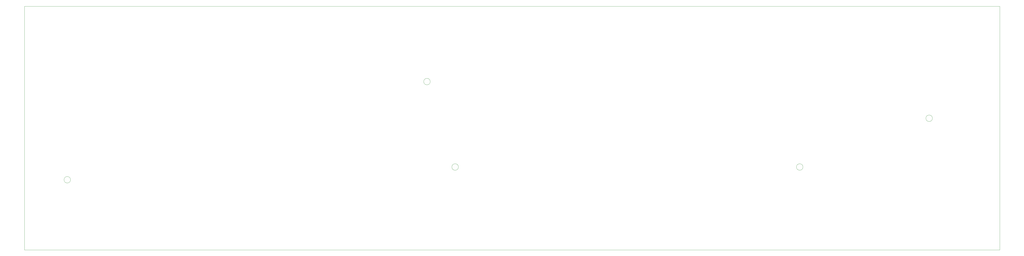
<source format=gbr>
%TF.GenerationSoftware,KiCad,Pcbnew,8.99.0-3334-g98ae574c78*%
%TF.CreationDate,2025-06-08T22:47:57-05:00*%
%TF.ProjectId,CircuitCyboard-Right,43697263-7569-4744-9379-626f6172642d,rev?*%
%TF.SameCoordinates,Original*%
%TF.FileFunction,Profile,NP*%
%FSLAX46Y46*%
G04 Gerber Fmt 4.6, Leading zero omitted, Abs format (unit mm)*
G04 Created by KiCad (PCBNEW 8.99.0-3334-g98ae574c78) date 2025-06-08 22:47:57*
%MOMM*%
%LPD*%
G01*
G04 APERTURE LIST*
%TA.AperFunction,Profile*%
%ADD10C,0.050000*%
%TD*%
G04 APERTURE END LIST*
D10*
X432500000Y-70700000D02*
G75*
G02*
X429700000Y-70700000I-1400000J0D01*
G01*
X429700000Y-70700000D02*
G75*
G02*
X432500000Y-70700000I1400000J0D01*
G01*
X42500000Y-22400000D02*
X461400000Y-22400000D01*
X461400000Y-127400000D01*
X42500000Y-127400000D01*
X42500000Y-22400000D01*
X216800000Y-54900000D02*
G75*
G02*
X214000000Y-54900000I-1400000J0D01*
G01*
X214000000Y-54900000D02*
G75*
G02*
X216800000Y-54900000I1400000J0D01*
G01*
X228903567Y-91700000D02*
G75*
G02*
X226096433Y-91700000I-1403567J0D01*
G01*
X226096433Y-91700000D02*
G75*
G02*
X228903567Y-91700000I1403567J0D01*
G01*
X62300000Y-97200000D02*
G75*
G02*
X59500000Y-97200000I-1400000J0D01*
G01*
X59500000Y-97200000D02*
G75*
G02*
X62300000Y-97200000I1400000J0D01*
G01*
X376900000Y-91700000D02*
G75*
G02*
X374100000Y-91700000I-1400000J0D01*
G01*
X374100000Y-91700000D02*
G75*
G02*
X376900000Y-91700000I1400000J0D01*
G01*
M02*

</source>
